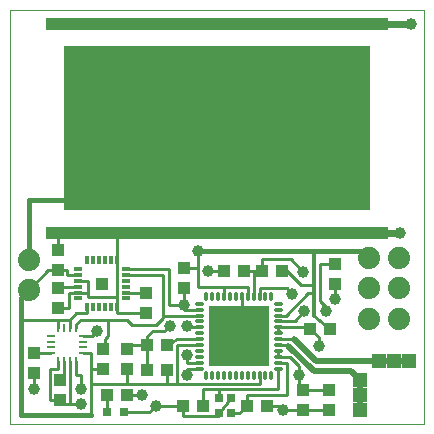
<source format=gtl>
G75*
%MOIN*%
%OFA0B0*%
%FSLAX25Y25*%
%IPPOS*%
%LPD*%
%AMOC8*
5,1,8,0,0,1.08239X$1,22.5*
%
%ADD10C,0.00000*%
%ADD11R,0.20472X0.20472*%
%ADD12C,0.01181*%
%ADD13R,0.04331X0.03937*%
%ADD14R,0.01102X0.02559*%
%ADD15R,0.02559X0.01102*%
%ADD16R,0.03937X0.04331*%
%ADD17R,0.01181X0.03150*%
%ADD18R,0.03150X0.01181*%
%ADD19R,0.03937X0.03937*%
%ADD20C,0.07400*%
%ADD21R,0.05000X0.05000*%
%ADD22R,1.14173X0.03937*%
%ADD23R,1.02362X0.55118*%
%ADD24R,0.03150X0.03150*%
%ADD25R,0.02600X0.03000*%
%ADD26C,0.01600*%
%ADD27C,0.01000*%
%ADD28C,0.01200*%
%ADD29C,0.03962*%
%ADD30C,0.02400*%
%ADD31C,0.02087*%
D10*
X0001000Y0006898D02*
X0001000Y0144693D01*
X0138795Y0144693D01*
X0138795Y0006898D01*
X0001000Y0006898D01*
D11*
X0077181Y0036031D03*
D12*
X0076197Y0023631D02*
X0076197Y0023631D01*
X0076197Y0022055D01*
X0076197Y0022055D01*
X0076197Y0023631D01*
X0076197Y0023235D02*
X0076197Y0023235D01*
X0078165Y0023631D02*
X0078165Y0023631D01*
X0078165Y0022055D01*
X0078165Y0022055D01*
X0078165Y0023631D01*
X0078165Y0023235D02*
X0078165Y0023235D01*
X0080134Y0023631D02*
X0080134Y0023631D01*
X0080134Y0022055D01*
X0080134Y0022055D01*
X0080134Y0023631D01*
X0080134Y0023235D02*
X0080134Y0023235D01*
X0082102Y0023631D02*
X0082102Y0023631D01*
X0082102Y0022055D01*
X0082102Y0022055D01*
X0082102Y0023631D01*
X0082102Y0023235D02*
X0082102Y0023235D01*
X0084071Y0023631D02*
X0084071Y0023631D01*
X0084071Y0022055D01*
X0084071Y0022055D01*
X0084071Y0023631D01*
X0084071Y0023235D02*
X0084071Y0023235D01*
X0086039Y0023631D02*
X0086039Y0023631D01*
X0086039Y0022055D01*
X0086039Y0022055D01*
X0086039Y0023631D01*
X0086039Y0023235D02*
X0086039Y0023235D01*
X0088008Y0023631D02*
X0088008Y0023631D01*
X0088008Y0022055D01*
X0088008Y0022055D01*
X0088008Y0023631D01*
X0088008Y0023235D02*
X0088008Y0023235D01*
X0089582Y0025205D02*
X0089582Y0025205D01*
X0091158Y0025205D01*
X0091158Y0025205D01*
X0089582Y0025205D01*
X0089582Y0027173D02*
X0089582Y0027173D01*
X0091158Y0027173D01*
X0091158Y0027173D01*
X0089582Y0027173D01*
X0089582Y0029142D02*
X0089582Y0029142D01*
X0091158Y0029142D01*
X0091158Y0029142D01*
X0089582Y0029142D01*
X0089582Y0031110D02*
X0089582Y0031110D01*
X0091158Y0031110D01*
X0091158Y0031110D01*
X0089582Y0031110D01*
X0089582Y0033079D02*
X0089582Y0033079D01*
X0091158Y0033079D01*
X0091158Y0033079D01*
X0089582Y0033079D01*
X0089582Y0035047D02*
X0089582Y0035047D01*
X0091158Y0035047D01*
X0091158Y0035047D01*
X0089582Y0035047D01*
X0089582Y0037016D02*
X0089582Y0037016D01*
X0091158Y0037016D01*
X0091158Y0037016D01*
X0089582Y0037016D01*
X0089582Y0038984D02*
X0089582Y0038984D01*
X0091158Y0038984D01*
X0091158Y0038984D01*
X0089582Y0038984D01*
X0089582Y0040953D02*
X0089582Y0040953D01*
X0091158Y0040953D01*
X0091158Y0040953D01*
X0089582Y0040953D01*
X0089582Y0042921D02*
X0089582Y0042921D01*
X0091158Y0042921D01*
X0091158Y0042921D01*
X0089582Y0042921D01*
X0089582Y0044890D02*
X0089582Y0044890D01*
X0091158Y0044890D01*
X0091158Y0044890D01*
X0089582Y0044890D01*
X0089582Y0046858D02*
X0089582Y0046858D01*
X0091158Y0046858D01*
X0091158Y0046858D01*
X0089582Y0046858D01*
X0088008Y0048432D02*
X0088008Y0048432D01*
X0088008Y0050008D01*
X0088008Y0050008D01*
X0088008Y0048432D01*
X0088008Y0049612D02*
X0088008Y0049612D01*
X0086039Y0048432D02*
X0086039Y0048432D01*
X0086039Y0050008D01*
X0086039Y0050008D01*
X0086039Y0048432D01*
X0086039Y0049612D02*
X0086039Y0049612D01*
X0084071Y0048432D02*
X0084071Y0048432D01*
X0084071Y0050008D01*
X0084071Y0050008D01*
X0084071Y0048432D01*
X0084071Y0049612D02*
X0084071Y0049612D01*
X0082102Y0048432D02*
X0082102Y0048432D01*
X0082102Y0050008D01*
X0082102Y0050008D01*
X0082102Y0048432D01*
X0082102Y0049612D02*
X0082102Y0049612D01*
X0080134Y0050008D02*
X0080134Y0050008D01*
X0080134Y0048432D01*
X0080134Y0048432D01*
X0080134Y0050008D01*
X0080134Y0049612D02*
X0080134Y0049612D01*
X0078165Y0050008D02*
X0078165Y0050008D01*
X0078165Y0048432D01*
X0078165Y0048432D01*
X0078165Y0050008D01*
X0078165Y0049612D02*
X0078165Y0049612D01*
X0076197Y0050008D02*
X0076197Y0050008D01*
X0076197Y0048432D01*
X0076197Y0048432D01*
X0076197Y0050008D01*
X0076197Y0049612D02*
X0076197Y0049612D01*
X0074228Y0050008D02*
X0074228Y0050008D01*
X0074228Y0048432D01*
X0074228Y0048432D01*
X0074228Y0050008D01*
X0074228Y0049612D02*
X0074228Y0049612D01*
X0072260Y0048432D02*
X0072260Y0048432D01*
X0072260Y0050008D01*
X0072260Y0050008D01*
X0072260Y0048432D01*
X0072260Y0049612D02*
X0072260Y0049612D01*
X0070291Y0048432D02*
X0070291Y0048432D01*
X0070291Y0050008D01*
X0070291Y0050008D01*
X0070291Y0048432D01*
X0070291Y0049612D02*
X0070291Y0049612D01*
X0068323Y0048432D02*
X0068323Y0048432D01*
X0068323Y0050008D01*
X0068323Y0050008D01*
X0068323Y0048432D01*
X0068323Y0049612D02*
X0068323Y0049612D01*
X0066354Y0048432D02*
X0066354Y0048432D01*
X0066354Y0050008D01*
X0066354Y0050008D01*
X0066354Y0048432D01*
X0066354Y0049612D02*
X0066354Y0049612D01*
X0064780Y0046858D02*
X0064780Y0046858D01*
X0063204Y0046858D01*
X0063204Y0046858D01*
X0064780Y0046858D01*
X0064780Y0044890D02*
X0064780Y0044890D01*
X0063204Y0044890D01*
X0063204Y0044890D01*
X0064780Y0044890D01*
X0064780Y0042921D02*
X0064780Y0042921D01*
X0063204Y0042921D01*
X0063204Y0042921D01*
X0064780Y0042921D01*
X0064780Y0040953D02*
X0064780Y0040953D01*
X0063204Y0040953D01*
X0063204Y0040953D01*
X0064780Y0040953D01*
X0064780Y0038984D02*
X0064780Y0038984D01*
X0063204Y0038984D01*
X0063204Y0038984D01*
X0064780Y0038984D01*
X0064780Y0037016D02*
X0064780Y0037016D01*
X0063204Y0037016D01*
X0063204Y0037016D01*
X0064780Y0037016D01*
X0064780Y0035047D02*
X0064780Y0035047D01*
X0063204Y0035047D01*
X0063204Y0035047D01*
X0064780Y0035047D01*
X0064780Y0033079D02*
X0064780Y0033079D01*
X0063204Y0033079D01*
X0063204Y0033079D01*
X0064780Y0033079D01*
X0064780Y0031110D02*
X0064780Y0031110D01*
X0063204Y0031110D01*
X0063204Y0031110D01*
X0064780Y0031110D01*
X0064780Y0029142D02*
X0064780Y0029142D01*
X0063204Y0029142D01*
X0063204Y0029142D01*
X0064780Y0029142D01*
X0064780Y0027173D02*
X0064780Y0027173D01*
X0063204Y0027173D01*
X0063204Y0027173D01*
X0064780Y0027173D01*
X0064780Y0025205D02*
X0064780Y0025205D01*
X0063204Y0025205D01*
X0063204Y0025205D01*
X0064780Y0025205D01*
X0066354Y0023631D02*
X0066354Y0023631D01*
X0066354Y0022055D01*
X0066354Y0022055D01*
X0066354Y0023631D01*
X0066354Y0023235D02*
X0066354Y0023235D01*
X0068323Y0023631D02*
X0068323Y0023631D01*
X0068323Y0022055D01*
X0068323Y0022055D01*
X0068323Y0023631D01*
X0068323Y0023235D02*
X0068323Y0023235D01*
X0070291Y0023631D02*
X0070291Y0023631D01*
X0070291Y0022055D01*
X0070291Y0022055D01*
X0070291Y0023631D01*
X0070291Y0023235D02*
X0070291Y0023235D01*
X0072260Y0023631D02*
X0072260Y0023631D01*
X0072260Y0022055D01*
X0072260Y0022055D01*
X0072260Y0023631D01*
X0072260Y0023235D02*
X0072260Y0023235D01*
X0074228Y0023631D02*
X0074228Y0023631D01*
X0074228Y0022055D01*
X0074228Y0022055D01*
X0074228Y0023631D01*
X0074228Y0023235D02*
X0074228Y0023235D01*
D13*
X0079740Y0012803D03*
X0086433Y0012803D03*
X0065173Y0012803D03*
X0058480Y0012803D03*
X0053362Y0024811D03*
X0046669Y0024811D03*
X0046669Y0033079D03*
X0053362Y0033079D03*
X0039780Y0016346D03*
X0033087Y0016346D03*
X0072063Y0057882D03*
X0078756Y0057882D03*
X0084858Y0057882D03*
X0091551Y0057882D03*
X0109268Y0060047D03*
X0109268Y0053354D03*
X0107693Y0038591D03*
X0101000Y0038591D03*
D14*
X0022850Y0038669D03*
X0020882Y0038669D03*
X0018913Y0038669D03*
X0016945Y0038669D03*
X0016945Y0027882D03*
X0018913Y0027882D03*
X0020882Y0027882D03*
X0022850Y0027882D03*
D15*
X0025291Y0030323D03*
X0025291Y0032291D03*
X0025291Y0034260D03*
X0025291Y0036228D03*
X0014504Y0036228D03*
X0014504Y0034260D03*
X0014504Y0032291D03*
X0014504Y0030323D03*
D16*
X0008874Y0030520D03*
X0008874Y0023827D03*
X0017535Y0021465D03*
X0017535Y0014772D03*
X0031906Y0025008D03*
X0031906Y0031701D03*
X0039976Y0031701D03*
X0039976Y0025008D03*
X0046079Y0043906D03*
X0046079Y0050598D03*
X0058874Y0052173D03*
X0058874Y0058866D03*
X0016945Y0058079D03*
X0016945Y0052173D03*
X0016945Y0045480D03*
X0016945Y0064772D03*
X0098441Y0018118D03*
X0098441Y0011425D03*
X0107102Y0011425D03*
X0107102Y0018118D03*
D17*
X0036433Y0045677D03*
X0034465Y0045677D03*
X0032496Y0045677D03*
X0030528Y0045677D03*
X0028559Y0045677D03*
X0026591Y0045677D03*
X0026591Y0061425D03*
X0028559Y0061425D03*
X0030528Y0061425D03*
X0032496Y0061425D03*
X0034465Y0061425D03*
X0036433Y0061425D03*
D18*
X0039386Y0058472D03*
X0039386Y0056504D03*
X0039386Y0054535D03*
X0039386Y0052567D03*
X0039386Y0050598D03*
X0039386Y0048630D03*
X0023638Y0048630D03*
X0023638Y0050598D03*
X0023638Y0052567D03*
X0023638Y0054535D03*
X0023638Y0056504D03*
X0023638Y0058472D03*
D19*
X0031512Y0053551D03*
D20*
X0007102Y0051425D03*
X0007102Y0061425D03*
X0120488Y0062016D03*
X0130488Y0062016D03*
X0130488Y0051976D03*
X0120488Y0051976D03*
X0120488Y0041937D03*
X0130488Y0041937D03*
D21*
X0128756Y0027764D03*
X0123756Y0027764D03*
X0117535Y0021543D03*
X0117535Y0016543D03*
X0117535Y0011543D03*
X0133756Y0027764D03*
D22*
X0069898Y0070480D03*
X0069898Y0140165D03*
D23*
X0069898Y0105323D03*
D24*
X0038992Y0010835D03*
X0033087Y0010835D03*
D25*
X0070457Y0010400D03*
X0074457Y0010400D03*
X0074457Y0015600D03*
X0070457Y0015600D03*
D26*
X0027772Y0009850D02*
X0004543Y0009850D01*
X0004543Y0041346D01*
X0004543Y0048866D01*
X0007102Y0051425D01*
X0007102Y0061425D02*
X0007102Y0081504D01*
X0069898Y0081504D01*
X0069898Y0105323D01*
X0069898Y0070480D02*
X0049819Y0070480D01*
X0063402Y0064575D02*
X0102378Y0064575D01*
X0117929Y0064575D01*
X0120488Y0062016D01*
D27*
X0130724Y0070480D02*
X0036433Y0070087D01*
X0036433Y0070480D01*
X0016945Y0070480D01*
X0016945Y0064772D01*
X0016945Y0058079D02*
X0013598Y0058079D01*
X0007102Y0051386D01*
X0007102Y0051425D01*
X0016945Y0052173D02*
X0017142Y0052567D01*
X0023638Y0052567D01*
X0023638Y0054535D02*
X0026787Y0054535D01*
X0026787Y0050598D01*
X0026787Y0049024D01*
X0036433Y0049024D01*
X0036433Y0061425D01*
X0036433Y0070087D01*
X0039386Y0058472D02*
X0053953Y0058472D01*
X0053953Y0046465D01*
X0058874Y0046465D01*
X0058874Y0044890D01*
X0063992Y0044890D01*
X0063992Y0042921D02*
X0051787Y0042921D01*
X0051787Y0042134D01*
X0049425Y0039772D01*
X0041551Y0039772D01*
X0039780Y0041543D01*
X0033677Y0041543D01*
X0033677Y0036228D01*
X0032693Y0035244D01*
X0032693Y0031701D01*
X0031906Y0031701D01*
X0027772Y0030323D02*
X0027772Y0025008D01*
X0031906Y0025008D01*
X0027772Y0025008D02*
X0027772Y0020087D01*
X0039976Y0020087D01*
X0053362Y0020087D01*
X0056709Y0020087D01*
X0084071Y0020087D01*
X0084071Y0022843D01*
X0079740Y0016346D02*
X0093323Y0016346D01*
X0093323Y0027173D01*
X0090370Y0027173D01*
X0090370Y0025205D02*
X0090370Y0018315D01*
X0070488Y0018315D01*
X0070457Y0018283D01*
X0070457Y0015600D01*
X0070488Y0018315D02*
X0065173Y0018315D01*
X0065173Y0012803D01*
X0070457Y0010400D02*
X0070488Y0010441D01*
X0070488Y0009457D01*
X0058480Y0009457D01*
X0058480Y0012803D01*
X0049425Y0012803D01*
X0047260Y0010835D01*
X0038992Y0010835D01*
X0039780Y0016346D02*
X0044898Y0016346D01*
X0039976Y0020087D02*
X0039976Y0025008D01*
X0039976Y0031701D02*
X0039976Y0033079D01*
X0046669Y0033079D01*
X0046669Y0036031D01*
X0048441Y0037803D01*
X0052378Y0037803D01*
X0054150Y0039575D01*
X0051787Y0042921D02*
X0051787Y0056504D01*
X0039386Y0056504D01*
X0039386Y0050598D02*
X0046079Y0050598D01*
X0046866Y0051189D01*
X0046079Y0043906D02*
X0036433Y0043906D01*
X0036433Y0045677D01*
X0036433Y0049024D01*
X0033677Y0041543D02*
X0024425Y0041543D01*
X0022850Y0039969D01*
X0022850Y0038669D01*
X0020882Y0038669D02*
X0020882Y0041346D01*
X0023047Y0043709D01*
X0026591Y0043709D01*
X0026591Y0045677D01*
X0026787Y0050598D02*
X0023638Y0050598D01*
X0020685Y0050598D01*
X0020685Y0045480D01*
X0016945Y0045480D01*
X0016945Y0041346D02*
X0004543Y0041346D01*
X0008874Y0030520D02*
X0009268Y0030520D01*
X0008874Y0030520D02*
X0014504Y0030323D01*
X0016945Y0027882D02*
X0016945Y0025008D01*
X0014189Y0025008D01*
X0014189Y0014772D01*
X0017535Y0014772D01*
X0018913Y0015953D01*
X0017535Y0014772D02*
X0017929Y0013591D01*
X0020882Y0013591D01*
X0020882Y0027882D01*
X0018913Y0027882D02*
X0018913Y0020874D01*
X0017535Y0021465D01*
X0022850Y0023039D02*
X0024622Y0023039D01*
X0024622Y0018512D01*
X0027772Y0020087D02*
X0027772Y0009850D01*
X0024622Y0013591D02*
X0020882Y0013591D01*
X0022850Y0023039D02*
X0022850Y0027882D01*
X0025291Y0030323D02*
X0027772Y0030323D01*
X0028165Y0036228D02*
X0025291Y0036228D01*
X0028165Y0036228D02*
X0029740Y0037803D01*
X0020882Y0041346D02*
X0016945Y0041346D01*
X0016945Y0038669D01*
X0008874Y0023827D02*
X0008874Y0018512D01*
X0033087Y0016346D02*
X0033087Y0010835D01*
X0046669Y0024811D02*
X0046669Y0033079D01*
X0053362Y0033079D02*
X0056512Y0035047D01*
X0063992Y0035047D01*
X0063992Y0033079D02*
X0056709Y0033079D01*
X0056709Y0020087D01*
X0059858Y0023236D02*
X0059858Y0025205D01*
X0063992Y0025205D01*
X0063992Y0027173D02*
X0059858Y0027173D01*
X0059858Y0029929D01*
X0053362Y0024811D02*
X0053362Y0020087D01*
X0070488Y0010441D02*
X0074457Y0015600D01*
X0074457Y0010400D02*
X0077337Y0010400D01*
X0079740Y0012803D01*
X0079740Y0016346D01*
X0086433Y0012803D02*
X0090370Y0012803D01*
X0091748Y0011425D01*
X0098441Y0011425D01*
X0098638Y0011228D01*
X0098441Y0011425D02*
X0107102Y0011425D01*
X0107102Y0018118D02*
X0098441Y0018118D01*
X0097063Y0017724D01*
X0097063Y0023236D01*
X0097063Y0026189D01*
X0094110Y0029142D01*
X0090370Y0029142D01*
X0090370Y0031110D01*
X0090370Y0033079D02*
X0093323Y0033079D01*
X0093717Y0032685D01*
X0095685Y0035047D02*
X0090370Y0035047D01*
X0090370Y0037016D02*
X0090370Y0038984D01*
X0101197Y0038984D01*
X0101000Y0038591D01*
X0103953Y0035835D01*
X0103953Y0032882D01*
X0107693Y0038591D02*
X0102378Y0042921D01*
X0099031Y0044299D02*
X0095882Y0040953D01*
X0090370Y0040953D01*
X0090370Y0042921D02*
X0092732Y0042921D01*
X0100213Y0050402D01*
X0102181Y0050402D01*
X0102378Y0050205D01*
X0104150Y0047843D02*
X0106315Y0045677D01*
X0106315Y0044299D01*
X0104150Y0047843D02*
X0104150Y0060047D01*
X0109268Y0060047D01*
X0109268Y0053354D02*
X0109268Y0048433D01*
X0102378Y0053551D02*
X0101984Y0053157D01*
X0097850Y0053157D01*
X0093126Y0057882D01*
X0091551Y0057882D01*
X0094504Y0061819D02*
X0098638Y0057488D01*
X0094504Y0061819D02*
X0084858Y0061819D01*
X0084858Y0057882D01*
X0082102Y0057882D01*
X0082102Y0049220D01*
X0084071Y0049220D02*
X0084071Y0051976D01*
X0093126Y0051976D01*
X0094898Y0050205D01*
X0084858Y0057882D02*
X0078756Y0057882D01*
X0080134Y0052567D02*
X0072260Y0052567D01*
X0063402Y0052567D01*
X0063402Y0058866D01*
X0058874Y0058866D01*
X0063402Y0058866D02*
X0063402Y0064575D01*
X0066945Y0057882D02*
X0072063Y0057882D01*
X0072260Y0052567D02*
X0072260Y0049220D01*
X0078165Y0049220D02*
X0078165Y0037409D01*
X0077181Y0036031D01*
X0063992Y0038984D02*
X0060449Y0038984D01*
X0059858Y0039575D01*
X0058874Y0046465D02*
X0058874Y0052173D01*
X0080134Y0052567D02*
X0080134Y0049220D01*
X0084858Y0057882D02*
X0084858Y0058079D01*
X0090370Y0038984D02*
X0090567Y0037016D01*
X0117535Y0021543D02*
X0117535Y0021465D01*
X0023638Y0056504D02*
X0019898Y0056504D01*
X0019898Y0058079D01*
X0016945Y0058079D01*
D28*
X0102378Y0053551D02*
X0102378Y0050205D01*
X0102378Y0042921D01*
X0102378Y0053551D02*
X0102378Y0064575D01*
D29*
X0098638Y0057488D03*
X0094898Y0050205D03*
X0099031Y0044299D03*
X0106315Y0044299D03*
X0109268Y0048433D03*
X0103953Y0032882D03*
X0097063Y0023236D03*
X0091748Y0011425D03*
X0077181Y0036031D03*
X0059858Y0039575D03*
X0054150Y0039575D03*
X0058874Y0046465D03*
X0066945Y0057882D03*
X0063402Y0064575D03*
X0059858Y0029929D03*
X0059858Y0023236D03*
X0049425Y0012803D03*
X0044898Y0016346D03*
X0024622Y0018512D03*
X0024622Y0013591D03*
X0008874Y0018512D03*
X0029740Y0037803D03*
X0130921Y0070480D03*
X0134465Y0140165D03*
D30*
X0069898Y0140165D01*
X0069898Y0070480D02*
X0130724Y0070480D01*
X0130921Y0070480D01*
D31*
X0095685Y0035047D02*
X0102969Y0027764D01*
X0123756Y0027764D01*
X0128756Y0027764D01*
X0133756Y0027764D01*
X0117535Y0021465D02*
X0117535Y0016543D01*
X0117535Y0011543D01*
X0117535Y0021465D02*
X0114386Y0024417D01*
X0102181Y0024417D01*
X0093717Y0032685D01*
M02*

</source>
